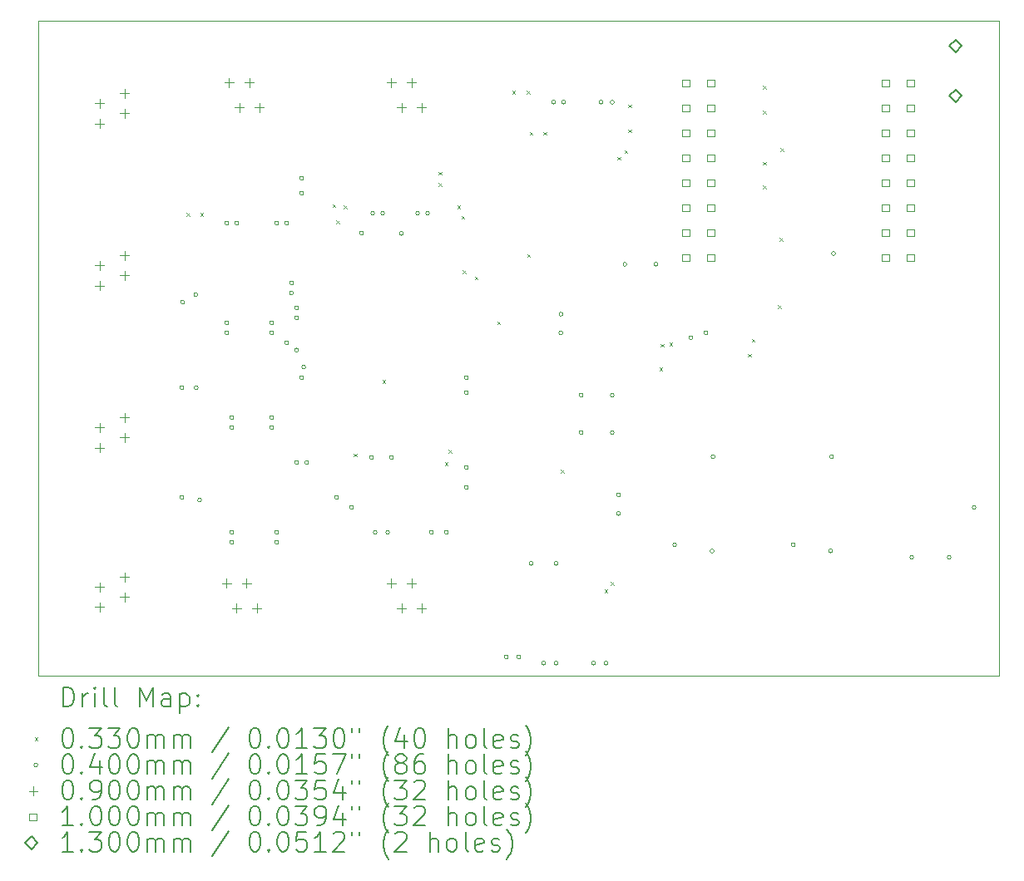
<source format=gbr>
%TF.GenerationSoftware,KiCad,Pcbnew,(6.0.9)*%
%TF.CreationDate,2022-12-08T20:01:21+01:00*%
%TF.ProjectId,floor-heating-controller-s2,666c6f6f-722d-4686-9561-74696e672d63,1*%
%TF.SameCoordinates,Original*%
%TF.FileFunction,Drillmap*%
%TF.FilePolarity,Positive*%
%FSLAX45Y45*%
G04 Gerber Fmt 4.5, Leading zero omitted, Abs format (unit mm)*
G04 Created by KiCad (PCBNEW (6.0.9)) date 2022-12-08 20:01:21*
%MOMM*%
%LPD*%
G01*
G04 APERTURE LIST*
%ADD10C,0.100000*%
%ADD11C,0.200000*%
%ADD12C,0.033020*%
%ADD13C,0.040000*%
%ADD14C,0.090000*%
%ADD15C,0.130000*%
G04 APERTURE END LIST*
D10*
X14668500Y-15684500D02*
X14668500Y-9017000D01*
X14668500Y-9017000D02*
X4889500Y-9017000D01*
X4889500Y-15684500D02*
X14668500Y-15684500D01*
X4889500Y-9017000D02*
X4889500Y-15684500D01*
D11*
D12*
X6396990Y-10968990D02*
X6430010Y-11002010D01*
X6430010Y-10968990D02*
X6396990Y-11002010D01*
X6536690Y-10968990D02*
X6569710Y-11002010D01*
X6569710Y-10968990D02*
X6536690Y-11002010D01*
X7882890Y-10880090D02*
X7915910Y-10913110D01*
X7915910Y-10880090D02*
X7882890Y-10913110D01*
X7920990Y-11045190D02*
X7954010Y-11078210D01*
X7954010Y-11045190D02*
X7920990Y-11078210D01*
X7997190Y-10892790D02*
X8030210Y-10925810D01*
X8030210Y-10892790D02*
X7997190Y-10925810D01*
X8098790Y-13420090D02*
X8131810Y-13453110D01*
X8131810Y-13420090D02*
X8098790Y-13453110D01*
X8390890Y-12670790D02*
X8423910Y-12703810D01*
X8423910Y-12670790D02*
X8390890Y-12703810D01*
X8962390Y-10549890D02*
X8995410Y-10582910D01*
X8995410Y-10549890D02*
X8962390Y-10582910D01*
X8962390Y-10664190D02*
X8995410Y-10697210D01*
X8995410Y-10664190D02*
X8962390Y-10697210D01*
X9025890Y-13508990D02*
X9058910Y-13542010D01*
X9058910Y-13508990D02*
X9025890Y-13542010D01*
X9063990Y-13381990D02*
X9097010Y-13415010D01*
X9097010Y-13381990D02*
X9063990Y-13415010D01*
X9152890Y-10892790D02*
X9185910Y-10925810D01*
X9185910Y-10892790D02*
X9152890Y-10925810D01*
X9195062Y-10998462D02*
X9228082Y-11031482D01*
X9228082Y-10998462D02*
X9195062Y-11031482D01*
X9204329Y-11557050D02*
X9237349Y-11590070D01*
X9237349Y-11557050D02*
X9204329Y-11590070D01*
X9330690Y-11616690D02*
X9363710Y-11649710D01*
X9363710Y-11616690D02*
X9330690Y-11649710D01*
X9559290Y-12073890D02*
X9592310Y-12106910D01*
X9592310Y-12073890D02*
X9559290Y-12106910D01*
X9711690Y-9724390D02*
X9744710Y-9757410D01*
X9744710Y-9724390D02*
X9711690Y-9757410D01*
X9861142Y-9725998D02*
X9894162Y-9759018D01*
X9894162Y-9725998D02*
X9861142Y-9759018D01*
X9864090Y-11388090D02*
X9897110Y-11421110D01*
X9897110Y-11388090D02*
X9864090Y-11421110D01*
X9889490Y-10143490D02*
X9922510Y-10176510D01*
X9922510Y-10143490D02*
X9889490Y-10176510D01*
X10029190Y-10143490D02*
X10062210Y-10176510D01*
X10062210Y-10143490D02*
X10029190Y-10176510D01*
X10206990Y-13585190D02*
X10240010Y-13618210D01*
X10240010Y-13585190D02*
X10206990Y-13618210D01*
X10651490Y-14804390D02*
X10684510Y-14837410D01*
X10684510Y-14804390D02*
X10651490Y-14837410D01*
X10714990Y-14728190D02*
X10748010Y-14761210D01*
X10748010Y-14728190D02*
X10714990Y-14761210D01*
X10782350Y-10397490D02*
X10815370Y-10430510D01*
X10815370Y-10397490D02*
X10782350Y-10430510D01*
X10854051Y-10330130D02*
X10887071Y-10363150D01*
X10887071Y-10330130D02*
X10854051Y-10363150D01*
X10892790Y-9864090D02*
X10925810Y-9897110D01*
X10925810Y-9864090D02*
X10892790Y-9897110D01*
X10892790Y-10118090D02*
X10925810Y-10151110D01*
X10925810Y-10118090D02*
X10892790Y-10151110D01*
X11210290Y-12543790D02*
X11243310Y-12576810D01*
X11243310Y-12543790D02*
X11210290Y-12576810D01*
X11222990Y-12302490D02*
X11256010Y-12335510D01*
X11256010Y-12302490D02*
X11222990Y-12335510D01*
X11311890Y-12289790D02*
X11344910Y-12322810D01*
X11344910Y-12289790D02*
X11311890Y-12322810D01*
X12111990Y-12404090D02*
X12145010Y-12437110D01*
X12145010Y-12404090D02*
X12111990Y-12437110D01*
X12150090Y-12251690D02*
X12183110Y-12284710D01*
X12183110Y-12251690D02*
X12150090Y-12284710D01*
X12264390Y-9673590D02*
X12297410Y-9706610D01*
X12297410Y-9673590D02*
X12264390Y-9706610D01*
X12264390Y-9927590D02*
X12297410Y-9960610D01*
X12297410Y-9927590D02*
X12264390Y-9960610D01*
X12264390Y-10448290D02*
X12297410Y-10481310D01*
X12297410Y-10448290D02*
X12264390Y-10481310D01*
X12264390Y-10689590D02*
X12297410Y-10722610D01*
X12297410Y-10689590D02*
X12264390Y-10722610D01*
X12414512Y-11906512D02*
X12447532Y-11939532D01*
X12447532Y-11906512D02*
X12414512Y-11939532D01*
X12433350Y-11222351D02*
X12466370Y-11255371D01*
X12466370Y-11222351D02*
X12433350Y-11255371D01*
X12442190Y-10308590D02*
X12475210Y-10341610D01*
X12475210Y-10308590D02*
X12442190Y-10341610D01*
D13*
X6370000Y-12750800D02*
G75*
G03*
X6370000Y-12750800I-20000J0D01*
G01*
X6370000Y-13868400D02*
G75*
G03*
X6370000Y-13868400I-20000J0D01*
G01*
X6378270Y-11878868D02*
G75*
G03*
X6378270Y-11878868I-20000J0D01*
G01*
X6512396Y-11803868D02*
G75*
G03*
X6512396Y-11803868I-20000J0D01*
G01*
X6515639Y-12749435D02*
G75*
G03*
X6515639Y-12749435I-20000J0D01*
G01*
X6551242Y-13895009D02*
G75*
G03*
X6551242Y-13895009I-20000J0D01*
G01*
X6827200Y-11074400D02*
G75*
G03*
X6827200Y-11074400I-20000J0D01*
G01*
X6827200Y-12090400D02*
G75*
G03*
X6827200Y-12090400I-20000J0D01*
G01*
X6827200Y-12192000D02*
G75*
G03*
X6827200Y-12192000I-20000J0D01*
G01*
X6878000Y-13055600D02*
G75*
G03*
X6878000Y-13055600I-20000J0D01*
G01*
X6878000Y-13157200D02*
G75*
G03*
X6878000Y-13157200I-20000J0D01*
G01*
X6878000Y-14224000D02*
G75*
G03*
X6878000Y-14224000I-20000J0D01*
G01*
X6878000Y-14325600D02*
G75*
G03*
X6878000Y-14325600I-20000J0D01*
G01*
X6928800Y-11074400D02*
G75*
G03*
X6928800Y-11074400I-20000J0D01*
G01*
X7284400Y-12090400D02*
G75*
G03*
X7284400Y-12090400I-20000J0D01*
G01*
X7284400Y-12192000D02*
G75*
G03*
X7284400Y-12192000I-20000J0D01*
G01*
X7284400Y-13055600D02*
G75*
G03*
X7284400Y-13055600I-20000J0D01*
G01*
X7284400Y-13157200D02*
G75*
G03*
X7284400Y-13157200I-20000J0D01*
G01*
X7335200Y-11074400D02*
G75*
G03*
X7335200Y-11074400I-20000J0D01*
G01*
X7335200Y-14224000D02*
G75*
G03*
X7335200Y-14224000I-20000J0D01*
G01*
X7335200Y-14325600D02*
G75*
G03*
X7335200Y-14325600I-20000J0D01*
G01*
X7436800Y-11074400D02*
G75*
G03*
X7436800Y-11074400I-20000J0D01*
G01*
X7436800Y-12293600D02*
G75*
G03*
X7436800Y-12293600I-20000J0D01*
G01*
X7487170Y-11786030D02*
G75*
G03*
X7487170Y-11786030I-20000J0D01*
G01*
X7487600Y-11684000D02*
G75*
G03*
X7487600Y-11684000I-20000J0D01*
G01*
X7538400Y-11938000D02*
G75*
G03*
X7538400Y-11938000I-20000J0D01*
G01*
X7538400Y-12039600D02*
G75*
G03*
X7538400Y-12039600I-20000J0D01*
G01*
X7538400Y-12366050D02*
G75*
G03*
X7538400Y-12366050I-20000J0D01*
G01*
X7538400Y-13512800D02*
G75*
G03*
X7538400Y-13512800I-20000J0D01*
G01*
X7589200Y-10617200D02*
G75*
G03*
X7589200Y-10617200I-20000J0D01*
G01*
X7589200Y-10769600D02*
G75*
G03*
X7589200Y-10769600I-20000J0D01*
G01*
X7589200Y-12649200D02*
G75*
G03*
X7589200Y-12649200I-20000J0D01*
G01*
X7610850Y-12540872D02*
G75*
G03*
X7610850Y-12540872I-20000J0D01*
G01*
X7640430Y-13513230D02*
G75*
G03*
X7640430Y-13513230I-20000J0D01*
G01*
X7944800Y-13868400D02*
G75*
G03*
X7944800Y-13868400I-20000J0D01*
G01*
X8097200Y-13970000D02*
G75*
G03*
X8097200Y-13970000I-20000J0D01*
G01*
X8198800Y-11176000D02*
G75*
G03*
X8198800Y-11176000I-20000J0D01*
G01*
X8300400Y-13462000D02*
G75*
G03*
X8300400Y-13462000I-20000J0D01*
G01*
X8313100Y-10972800D02*
G75*
G03*
X8313100Y-10972800I-20000J0D01*
G01*
X8338500Y-14224000D02*
G75*
G03*
X8338500Y-14224000I-20000J0D01*
G01*
X8414700Y-10972800D02*
G75*
G03*
X8414700Y-10972800I-20000J0D01*
G01*
X8465500Y-14224000D02*
G75*
G03*
X8465500Y-14224000I-20000J0D01*
G01*
X8503600Y-13462000D02*
G75*
G03*
X8503600Y-13462000I-20000J0D01*
G01*
X8605082Y-11177850D02*
G75*
G03*
X8605082Y-11177850I-20000J0D01*
G01*
X8770300Y-10972800D02*
G75*
G03*
X8770300Y-10972800I-20000J0D01*
G01*
X8871900Y-10972800D02*
G75*
G03*
X8871900Y-10972800I-20000J0D01*
G01*
X8910000Y-14224000D02*
G75*
G03*
X8910000Y-14224000I-20000J0D01*
G01*
X9062400Y-14224000D02*
G75*
G03*
X9062400Y-14224000I-20000J0D01*
G01*
X9265600Y-12649200D02*
G75*
G03*
X9265600Y-12649200I-20000J0D01*
G01*
X9265600Y-12801600D02*
G75*
G03*
X9265600Y-12801600I-20000J0D01*
G01*
X9265600Y-13563600D02*
G75*
G03*
X9265600Y-13563600I-20000J0D01*
G01*
X9265600Y-13766800D02*
G75*
G03*
X9265600Y-13766800I-20000J0D01*
G01*
X9672000Y-15494000D02*
G75*
G03*
X9672000Y-15494000I-20000J0D01*
G01*
X9799000Y-15494000D02*
G75*
G03*
X9799000Y-15494000I-20000J0D01*
G01*
X9926000Y-14541500D02*
G75*
G03*
X9926000Y-14541500I-20000J0D01*
G01*
X10053000Y-15557500D02*
G75*
G03*
X10053000Y-15557500I-20000J0D01*
G01*
X10154600Y-9842500D02*
G75*
G03*
X10154600Y-9842500I-20000J0D01*
G01*
X10180000Y-14541500D02*
G75*
G03*
X10180000Y-14541500I-20000J0D01*
G01*
X10180000Y-15557500D02*
G75*
G03*
X10180000Y-15557500I-20000J0D01*
G01*
X10228950Y-12001500D02*
G75*
G03*
X10228950Y-12001500I-20000J0D01*
G01*
X10228950Y-12192000D02*
G75*
G03*
X10228950Y-12192000I-20000J0D01*
G01*
X10256200Y-9842500D02*
G75*
G03*
X10256200Y-9842500I-20000J0D01*
G01*
X10434000Y-12827000D02*
G75*
G03*
X10434000Y-12827000I-20000J0D01*
G01*
X10434000Y-13208000D02*
G75*
G03*
X10434000Y-13208000I-20000J0D01*
G01*
X10561000Y-15557500D02*
G75*
G03*
X10561000Y-15557500I-20000J0D01*
G01*
X10637200Y-9842500D02*
G75*
G03*
X10637200Y-9842500I-20000J0D01*
G01*
X10688000Y-15557500D02*
G75*
G03*
X10688000Y-15557500I-20000J0D01*
G01*
X10751500Y-9842500D02*
G75*
G03*
X10751500Y-9842500I-20000J0D01*
G01*
X10751500Y-12827000D02*
G75*
G03*
X10751500Y-12827000I-20000J0D01*
G01*
X10751500Y-13208000D02*
G75*
G03*
X10751500Y-13208000I-20000J0D01*
G01*
X10815000Y-13843000D02*
G75*
G03*
X10815000Y-13843000I-20000J0D01*
G01*
X10815000Y-14033500D02*
G75*
G03*
X10815000Y-14033500I-20000J0D01*
G01*
X10880350Y-11493500D02*
G75*
G03*
X10880350Y-11493500I-20000J0D01*
G01*
X11196000Y-11493500D02*
G75*
G03*
X11196000Y-11493500I-20000J0D01*
G01*
X11386500Y-14351000D02*
G75*
G03*
X11386500Y-14351000I-20000J0D01*
G01*
X11551386Y-12242154D02*
G75*
G03*
X11551386Y-12242154I-20000J0D01*
G01*
X11704000Y-12192000D02*
G75*
G03*
X11704000Y-12192000I-20000J0D01*
G01*
X11767500Y-14414500D02*
G75*
G03*
X11767500Y-14414500I-20000J0D01*
G01*
X11777000Y-13452500D02*
G75*
G03*
X11777000Y-13452500I-20000J0D01*
G01*
X12593000Y-14351000D02*
G75*
G03*
X12593000Y-14351000I-20000J0D01*
G01*
X12974000Y-14414500D02*
G75*
G03*
X12974000Y-14414500I-20000J0D01*
G01*
X12983500Y-13452500D02*
G75*
G03*
X12983500Y-13452500I-20000J0D01*
G01*
X13003150Y-11384559D02*
G75*
G03*
X13003150Y-11384559I-20000J0D01*
G01*
X13799500Y-14478000D02*
G75*
G03*
X13799500Y-14478000I-20000J0D01*
G01*
X14180500Y-14478000D02*
G75*
G03*
X14180500Y-14478000I-20000J0D01*
G01*
X14434500Y-13970000D02*
G75*
G03*
X14434500Y-13970000I-20000J0D01*
G01*
D14*
X5514000Y-9810000D02*
X5514000Y-9900000D01*
X5469000Y-9855000D02*
X5559000Y-9855000D01*
X5514000Y-10014000D02*
X5514000Y-10104000D01*
X5469000Y-10059000D02*
X5559000Y-10059000D01*
X5514000Y-11461000D02*
X5514000Y-11551000D01*
X5469000Y-11506000D02*
X5559000Y-11506000D01*
X5514000Y-11665000D02*
X5514000Y-11755000D01*
X5469000Y-11710000D02*
X5559000Y-11710000D01*
X5514000Y-13112000D02*
X5514000Y-13202000D01*
X5469000Y-13157000D02*
X5559000Y-13157000D01*
X5514000Y-13316000D02*
X5514000Y-13406000D01*
X5469000Y-13361000D02*
X5559000Y-13361000D01*
X5514000Y-14737000D02*
X5514000Y-14827000D01*
X5469000Y-14782000D02*
X5559000Y-14782000D01*
X5514000Y-14941000D02*
X5514000Y-15031000D01*
X5469000Y-14986000D02*
X5559000Y-14986000D01*
X5768000Y-9708000D02*
X5768000Y-9798000D01*
X5723000Y-9753000D02*
X5813000Y-9753000D01*
X5768000Y-9912000D02*
X5768000Y-10002000D01*
X5723000Y-9957000D02*
X5813000Y-9957000D01*
X5768000Y-11359000D02*
X5768000Y-11449000D01*
X5723000Y-11404000D02*
X5813000Y-11404000D01*
X5768000Y-11563000D02*
X5768000Y-11653000D01*
X5723000Y-11608000D02*
X5813000Y-11608000D01*
X5768000Y-13010000D02*
X5768000Y-13100000D01*
X5723000Y-13055000D02*
X5813000Y-13055000D01*
X5768000Y-13214000D02*
X5768000Y-13304000D01*
X5723000Y-13259000D02*
X5813000Y-13259000D01*
X5768000Y-14635000D02*
X5768000Y-14725000D01*
X5723000Y-14680000D02*
X5813000Y-14680000D01*
X5768000Y-14839000D02*
X5768000Y-14929000D01*
X5723000Y-14884000D02*
X5813000Y-14884000D01*
X6806000Y-14697500D02*
X6806000Y-14787500D01*
X6761000Y-14742500D02*
X6851000Y-14742500D01*
X6832000Y-9596500D02*
X6832000Y-9686500D01*
X6787000Y-9641500D02*
X6877000Y-9641500D01*
X6908000Y-14951500D02*
X6908000Y-15041500D01*
X6863000Y-14996500D02*
X6953000Y-14996500D01*
X6934000Y-9850500D02*
X6934000Y-9940500D01*
X6889000Y-9895500D02*
X6979000Y-9895500D01*
X7010000Y-14697500D02*
X7010000Y-14787500D01*
X6965000Y-14742500D02*
X7055000Y-14742500D01*
X7036000Y-9596500D02*
X7036000Y-9686500D01*
X6991000Y-9641500D02*
X7081000Y-9641500D01*
X7112000Y-14951500D02*
X7112000Y-15041500D01*
X7067000Y-14996500D02*
X7157000Y-14996500D01*
X7138000Y-9850500D02*
X7138000Y-9940500D01*
X7093000Y-9895500D02*
X7183000Y-9895500D01*
X8483000Y-9596500D02*
X8483000Y-9686500D01*
X8438000Y-9641500D02*
X8528000Y-9641500D01*
X8483000Y-14697500D02*
X8483000Y-14787500D01*
X8438000Y-14742500D02*
X8528000Y-14742500D01*
X8585000Y-9850500D02*
X8585000Y-9940500D01*
X8540000Y-9895500D02*
X8630000Y-9895500D01*
X8585000Y-14951500D02*
X8585000Y-15041500D01*
X8540000Y-14996500D02*
X8630000Y-14996500D01*
X8687000Y-9596500D02*
X8687000Y-9686500D01*
X8642000Y-9641500D02*
X8732000Y-9641500D01*
X8687000Y-14697500D02*
X8687000Y-14787500D01*
X8642000Y-14742500D02*
X8732000Y-14742500D01*
X8789000Y-9850500D02*
X8789000Y-9940500D01*
X8744000Y-9895500D02*
X8834000Y-9895500D01*
X8789000Y-14951500D02*
X8789000Y-15041500D01*
X8744000Y-14996500D02*
X8834000Y-14996500D01*
D10*
X11517106Y-9681856D02*
X11517106Y-9611144D01*
X11446394Y-9611144D01*
X11446394Y-9681856D01*
X11517106Y-9681856D01*
X11517106Y-9935856D02*
X11517106Y-9865144D01*
X11446394Y-9865144D01*
X11446394Y-9935856D01*
X11517106Y-9935856D01*
X11517106Y-10189856D02*
X11517106Y-10119144D01*
X11446394Y-10119144D01*
X11446394Y-10189856D01*
X11517106Y-10189856D01*
X11517106Y-10443856D02*
X11517106Y-10373144D01*
X11446394Y-10373144D01*
X11446394Y-10443856D01*
X11517106Y-10443856D01*
X11517106Y-10697856D02*
X11517106Y-10627144D01*
X11446394Y-10627144D01*
X11446394Y-10697856D01*
X11517106Y-10697856D01*
X11517106Y-10951856D02*
X11517106Y-10881144D01*
X11446394Y-10881144D01*
X11446394Y-10951856D01*
X11517106Y-10951856D01*
X11517106Y-11205856D02*
X11517106Y-11135144D01*
X11446394Y-11135144D01*
X11446394Y-11205856D01*
X11517106Y-11205856D01*
X11517106Y-11459856D02*
X11517106Y-11389144D01*
X11446394Y-11389144D01*
X11446394Y-11459856D01*
X11517106Y-11459856D01*
X11771106Y-9681856D02*
X11771106Y-9611144D01*
X11700394Y-9611144D01*
X11700394Y-9681856D01*
X11771106Y-9681856D01*
X11771106Y-9935856D02*
X11771106Y-9865144D01*
X11700394Y-9865144D01*
X11700394Y-9935856D01*
X11771106Y-9935856D01*
X11771106Y-10189856D02*
X11771106Y-10119144D01*
X11700394Y-10119144D01*
X11700394Y-10189856D01*
X11771106Y-10189856D01*
X11771106Y-10443856D02*
X11771106Y-10373144D01*
X11700394Y-10373144D01*
X11700394Y-10443856D01*
X11771106Y-10443856D01*
X11771106Y-10697856D02*
X11771106Y-10627144D01*
X11700394Y-10627144D01*
X11700394Y-10697856D01*
X11771106Y-10697856D01*
X11771106Y-10951856D02*
X11771106Y-10881144D01*
X11700394Y-10881144D01*
X11700394Y-10951856D01*
X11771106Y-10951856D01*
X11771106Y-11205856D02*
X11771106Y-11135144D01*
X11700394Y-11135144D01*
X11700394Y-11205856D01*
X11771106Y-11205856D01*
X11771106Y-11459856D02*
X11771106Y-11389144D01*
X11700394Y-11389144D01*
X11700394Y-11459856D01*
X11771106Y-11459856D01*
X13549106Y-9681856D02*
X13549106Y-9611144D01*
X13478394Y-9611144D01*
X13478394Y-9681856D01*
X13549106Y-9681856D01*
X13549106Y-9935856D02*
X13549106Y-9865144D01*
X13478394Y-9865144D01*
X13478394Y-9935856D01*
X13549106Y-9935856D01*
X13549106Y-10189856D02*
X13549106Y-10119144D01*
X13478394Y-10119144D01*
X13478394Y-10189856D01*
X13549106Y-10189856D01*
X13549106Y-10443856D02*
X13549106Y-10373144D01*
X13478394Y-10373144D01*
X13478394Y-10443856D01*
X13549106Y-10443856D01*
X13549106Y-10697856D02*
X13549106Y-10627144D01*
X13478394Y-10627144D01*
X13478394Y-10697856D01*
X13549106Y-10697856D01*
X13549106Y-10951856D02*
X13549106Y-10881144D01*
X13478394Y-10881144D01*
X13478394Y-10951856D01*
X13549106Y-10951856D01*
X13549106Y-11205856D02*
X13549106Y-11135144D01*
X13478394Y-11135144D01*
X13478394Y-11205856D01*
X13549106Y-11205856D01*
X13549106Y-11459856D02*
X13549106Y-11389144D01*
X13478394Y-11389144D01*
X13478394Y-11459856D01*
X13549106Y-11459856D01*
X13803106Y-9681856D02*
X13803106Y-9611144D01*
X13732394Y-9611144D01*
X13732394Y-9681856D01*
X13803106Y-9681856D01*
X13803106Y-9935856D02*
X13803106Y-9865144D01*
X13732394Y-9865144D01*
X13732394Y-9935856D01*
X13803106Y-9935856D01*
X13803106Y-10189856D02*
X13803106Y-10119144D01*
X13732394Y-10119144D01*
X13732394Y-10189856D01*
X13803106Y-10189856D01*
X13803106Y-10443856D02*
X13803106Y-10373144D01*
X13732394Y-10373144D01*
X13732394Y-10443856D01*
X13803106Y-10443856D01*
X13803106Y-10697856D02*
X13803106Y-10627144D01*
X13732394Y-10627144D01*
X13732394Y-10697856D01*
X13803106Y-10697856D01*
X13803106Y-10951856D02*
X13803106Y-10881144D01*
X13732394Y-10881144D01*
X13732394Y-10951856D01*
X13803106Y-10951856D01*
X13803106Y-11205856D02*
X13803106Y-11135144D01*
X13732394Y-11135144D01*
X13732394Y-11205856D01*
X13803106Y-11205856D01*
X13803106Y-11459856D02*
X13803106Y-11389144D01*
X13732394Y-11389144D01*
X13732394Y-11459856D01*
X13803106Y-11459856D01*
D15*
X14224000Y-9336000D02*
X14289000Y-9271000D01*
X14224000Y-9206000D01*
X14159000Y-9271000D01*
X14224000Y-9336000D01*
X14224000Y-9844000D02*
X14289000Y-9779000D01*
X14224000Y-9714000D01*
X14159000Y-9779000D01*
X14224000Y-9844000D01*
D11*
X5142119Y-15999976D02*
X5142119Y-15799976D01*
X5189738Y-15799976D01*
X5218310Y-15809500D01*
X5237357Y-15828548D01*
X5246881Y-15847595D01*
X5256405Y-15885690D01*
X5256405Y-15914262D01*
X5246881Y-15952357D01*
X5237357Y-15971405D01*
X5218310Y-15990452D01*
X5189738Y-15999976D01*
X5142119Y-15999976D01*
X5342119Y-15999976D02*
X5342119Y-15866643D01*
X5342119Y-15904738D02*
X5351643Y-15885690D01*
X5361167Y-15876167D01*
X5380214Y-15866643D01*
X5399262Y-15866643D01*
X5465929Y-15999976D02*
X5465929Y-15866643D01*
X5465929Y-15799976D02*
X5456405Y-15809500D01*
X5465929Y-15819024D01*
X5475452Y-15809500D01*
X5465929Y-15799976D01*
X5465929Y-15819024D01*
X5589738Y-15999976D02*
X5570690Y-15990452D01*
X5561167Y-15971405D01*
X5561167Y-15799976D01*
X5694500Y-15999976D02*
X5675452Y-15990452D01*
X5665928Y-15971405D01*
X5665928Y-15799976D01*
X5923071Y-15999976D02*
X5923071Y-15799976D01*
X5989738Y-15942833D01*
X6056405Y-15799976D01*
X6056405Y-15999976D01*
X6237357Y-15999976D02*
X6237357Y-15895214D01*
X6227833Y-15876167D01*
X6208786Y-15866643D01*
X6170690Y-15866643D01*
X6151643Y-15876167D01*
X6237357Y-15990452D02*
X6218309Y-15999976D01*
X6170690Y-15999976D01*
X6151643Y-15990452D01*
X6142119Y-15971405D01*
X6142119Y-15952357D01*
X6151643Y-15933309D01*
X6170690Y-15923786D01*
X6218309Y-15923786D01*
X6237357Y-15914262D01*
X6332595Y-15866643D02*
X6332595Y-16066643D01*
X6332595Y-15876167D02*
X6351643Y-15866643D01*
X6389738Y-15866643D01*
X6408786Y-15876167D01*
X6418309Y-15885690D01*
X6427833Y-15904738D01*
X6427833Y-15961881D01*
X6418309Y-15980928D01*
X6408786Y-15990452D01*
X6389738Y-15999976D01*
X6351643Y-15999976D01*
X6332595Y-15990452D01*
X6513548Y-15980928D02*
X6523071Y-15990452D01*
X6513548Y-15999976D01*
X6504024Y-15990452D01*
X6513548Y-15980928D01*
X6513548Y-15999976D01*
X6513548Y-15876167D02*
X6523071Y-15885690D01*
X6513548Y-15895214D01*
X6504024Y-15885690D01*
X6513548Y-15876167D01*
X6513548Y-15895214D01*
D12*
X4851480Y-16312990D02*
X4884500Y-16346010D01*
X4884500Y-16312990D02*
X4851480Y-16346010D01*
D11*
X5180214Y-16219976D02*
X5199262Y-16219976D01*
X5218310Y-16229500D01*
X5227833Y-16239024D01*
X5237357Y-16258071D01*
X5246881Y-16296167D01*
X5246881Y-16343786D01*
X5237357Y-16381881D01*
X5227833Y-16400928D01*
X5218310Y-16410452D01*
X5199262Y-16419976D01*
X5180214Y-16419976D01*
X5161167Y-16410452D01*
X5151643Y-16400928D01*
X5142119Y-16381881D01*
X5132595Y-16343786D01*
X5132595Y-16296167D01*
X5142119Y-16258071D01*
X5151643Y-16239024D01*
X5161167Y-16229500D01*
X5180214Y-16219976D01*
X5332595Y-16400928D02*
X5342119Y-16410452D01*
X5332595Y-16419976D01*
X5323071Y-16410452D01*
X5332595Y-16400928D01*
X5332595Y-16419976D01*
X5408786Y-16219976D02*
X5532595Y-16219976D01*
X5465929Y-16296167D01*
X5494500Y-16296167D01*
X5513548Y-16305690D01*
X5523071Y-16315214D01*
X5532595Y-16334262D01*
X5532595Y-16381881D01*
X5523071Y-16400928D01*
X5513548Y-16410452D01*
X5494500Y-16419976D01*
X5437357Y-16419976D01*
X5418310Y-16410452D01*
X5408786Y-16400928D01*
X5599262Y-16219976D02*
X5723071Y-16219976D01*
X5656405Y-16296167D01*
X5684976Y-16296167D01*
X5704024Y-16305690D01*
X5713548Y-16315214D01*
X5723071Y-16334262D01*
X5723071Y-16381881D01*
X5713548Y-16400928D01*
X5704024Y-16410452D01*
X5684976Y-16419976D01*
X5627833Y-16419976D01*
X5608786Y-16410452D01*
X5599262Y-16400928D01*
X5846881Y-16219976D02*
X5865928Y-16219976D01*
X5884976Y-16229500D01*
X5894500Y-16239024D01*
X5904024Y-16258071D01*
X5913548Y-16296167D01*
X5913548Y-16343786D01*
X5904024Y-16381881D01*
X5894500Y-16400928D01*
X5884976Y-16410452D01*
X5865928Y-16419976D01*
X5846881Y-16419976D01*
X5827833Y-16410452D01*
X5818309Y-16400928D01*
X5808786Y-16381881D01*
X5799262Y-16343786D01*
X5799262Y-16296167D01*
X5808786Y-16258071D01*
X5818309Y-16239024D01*
X5827833Y-16229500D01*
X5846881Y-16219976D01*
X5999262Y-16419976D02*
X5999262Y-16286643D01*
X5999262Y-16305690D02*
X6008786Y-16296167D01*
X6027833Y-16286643D01*
X6056405Y-16286643D01*
X6075452Y-16296167D01*
X6084976Y-16315214D01*
X6084976Y-16419976D01*
X6084976Y-16315214D02*
X6094500Y-16296167D01*
X6113548Y-16286643D01*
X6142119Y-16286643D01*
X6161167Y-16296167D01*
X6170690Y-16315214D01*
X6170690Y-16419976D01*
X6265928Y-16419976D02*
X6265928Y-16286643D01*
X6265928Y-16305690D02*
X6275452Y-16296167D01*
X6294500Y-16286643D01*
X6323071Y-16286643D01*
X6342119Y-16296167D01*
X6351643Y-16315214D01*
X6351643Y-16419976D01*
X6351643Y-16315214D02*
X6361167Y-16296167D01*
X6380214Y-16286643D01*
X6408786Y-16286643D01*
X6427833Y-16296167D01*
X6437357Y-16315214D01*
X6437357Y-16419976D01*
X6827833Y-16210452D02*
X6656405Y-16467595D01*
X7084976Y-16219976D02*
X7104024Y-16219976D01*
X7123071Y-16229500D01*
X7132595Y-16239024D01*
X7142119Y-16258071D01*
X7151643Y-16296167D01*
X7151643Y-16343786D01*
X7142119Y-16381881D01*
X7132595Y-16400928D01*
X7123071Y-16410452D01*
X7104024Y-16419976D01*
X7084976Y-16419976D01*
X7065928Y-16410452D01*
X7056405Y-16400928D01*
X7046881Y-16381881D01*
X7037357Y-16343786D01*
X7037357Y-16296167D01*
X7046881Y-16258071D01*
X7056405Y-16239024D01*
X7065928Y-16229500D01*
X7084976Y-16219976D01*
X7237357Y-16400928D02*
X7246881Y-16410452D01*
X7237357Y-16419976D01*
X7227833Y-16410452D01*
X7237357Y-16400928D01*
X7237357Y-16419976D01*
X7370690Y-16219976D02*
X7389738Y-16219976D01*
X7408786Y-16229500D01*
X7418309Y-16239024D01*
X7427833Y-16258071D01*
X7437357Y-16296167D01*
X7437357Y-16343786D01*
X7427833Y-16381881D01*
X7418309Y-16400928D01*
X7408786Y-16410452D01*
X7389738Y-16419976D01*
X7370690Y-16419976D01*
X7351643Y-16410452D01*
X7342119Y-16400928D01*
X7332595Y-16381881D01*
X7323071Y-16343786D01*
X7323071Y-16296167D01*
X7332595Y-16258071D01*
X7342119Y-16239024D01*
X7351643Y-16229500D01*
X7370690Y-16219976D01*
X7627833Y-16419976D02*
X7513548Y-16419976D01*
X7570690Y-16419976D02*
X7570690Y-16219976D01*
X7551643Y-16248548D01*
X7532595Y-16267595D01*
X7513548Y-16277119D01*
X7694500Y-16219976D02*
X7818309Y-16219976D01*
X7751643Y-16296167D01*
X7780214Y-16296167D01*
X7799262Y-16305690D01*
X7808786Y-16315214D01*
X7818309Y-16334262D01*
X7818309Y-16381881D01*
X7808786Y-16400928D01*
X7799262Y-16410452D01*
X7780214Y-16419976D01*
X7723071Y-16419976D01*
X7704024Y-16410452D01*
X7694500Y-16400928D01*
X7942119Y-16219976D02*
X7961167Y-16219976D01*
X7980214Y-16229500D01*
X7989738Y-16239024D01*
X7999262Y-16258071D01*
X8008786Y-16296167D01*
X8008786Y-16343786D01*
X7999262Y-16381881D01*
X7989738Y-16400928D01*
X7980214Y-16410452D01*
X7961167Y-16419976D01*
X7942119Y-16419976D01*
X7923071Y-16410452D01*
X7913548Y-16400928D01*
X7904024Y-16381881D01*
X7894500Y-16343786D01*
X7894500Y-16296167D01*
X7904024Y-16258071D01*
X7913548Y-16239024D01*
X7923071Y-16229500D01*
X7942119Y-16219976D01*
X8084976Y-16219976D02*
X8084976Y-16258071D01*
X8161167Y-16219976D02*
X8161167Y-16258071D01*
X8456405Y-16496167D02*
X8446881Y-16486643D01*
X8427833Y-16458071D01*
X8418310Y-16439024D01*
X8408786Y-16410452D01*
X8399262Y-16362833D01*
X8399262Y-16324738D01*
X8408786Y-16277119D01*
X8418310Y-16248548D01*
X8427833Y-16229500D01*
X8446881Y-16200928D01*
X8456405Y-16191405D01*
X8618310Y-16286643D02*
X8618310Y-16419976D01*
X8570690Y-16210452D02*
X8523071Y-16353309D01*
X8646881Y-16353309D01*
X8761167Y-16219976D02*
X8780214Y-16219976D01*
X8799262Y-16229500D01*
X8808786Y-16239024D01*
X8818310Y-16258071D01*
X8827833Y-16296167D01*
X8827833Y-16343786D01*
X8818310Y-16381881D01*
X8808786Y-16400928D01*
X8799262Y-16410452D01*
X8780214Y-16419976D01*
X8761167Y-16419976D01*
X8742119Y-16410452D01*
X8732595Y-16400928D01*
X8723071Y-16381881D01*
X8713548Y-16343786D01*
X8713548Y-16296167D01*
X8723071Y-16258071D01*
X8732595Y-16239024D01*
X8742119Y-16229500D01*
X8761167Y-16219976D01*
X9065929Y-16419976D02*
X9065929Y-16219976D01*
X9151643Y-16419976D02*
X9151643Y-16315214D01*
X9142119Y-16296167D01*
X9123071Y-16286643D01*
X9094500Y-16286643D01*
X9075452Y-16296167D01*
X9065929Y-16305690D01*
X9275452Y-16419976D02*
X9256405Y-16410452D01*
X9246881Y-16400928D01*
X9237357Y-16381881D01*
X9237357Y-16324738D01*
X9246881Y-16305690D01*
X9256405Y-16296167D01*
X9275452Y-16286643D01*
X9304024Y-16286643D01*
X9323071Y-16296167D01*
X9332595Y-16305690D01*
X9342119Y-16324738D01*
X9342119Y-16381881D01*
X9332595Y-16400928D01*
X9323071Y-16410452D01*
X9304024Y-16419976D01*
X9275452Y-16419976D01*
X9456405Y-16419976D02*
X9437357Y-16410452D01*
X9427833Y-16391405D01*
X9427833Y-16219976D01*
X9608786Y-16410452D02*
X9589738Y-16419976D01*
X9551643Y-16419976D01*
X9532595Y-16410452D01*
X9523071Y-16391405D01*
X9523071Y-16315214D01*
X9532595Y-16296167D01*
X9551643Y-16286643D01*
X9589738Y-16286643D01*
X9608786Y-16296167D01*
X9618310Y-16315214D01*
X9618310Y-16334262D01*
X9523071Y-16353309D01*
X9694500Y-16410452D02*
X9713548Y-16419976D01*
X9751643Y-16419976D01*
X9770690Y-16410452D01*
X9780214Y-16391405D01*
X9780214Y-16381881D01*
X9770690Y-16362833D01*
X9751643Y-16353309D01*
X9723071Y-16353309D01*
X9704024Y-16343786D01*
X9694500Y-16324738D01*
X9694500Y-16315214D01*
X9704024Y-16296167D01*
X9723071Y-16286643D01*
X9751643Y-16286643D01*
X9770690Y-16296167D01*
X9846881Y-16496167D02*
X9856405Y-16486643D01*
X9875452Y-16458071D01*
X9884976Y-16439024D01*
X9894500Y-16410452D01*
X9904024Y-16362833D01*
X9904024Y-16324738D01*
X9894500Y-16277119D01*
X9884976Y-16248548D01*
X9875452Y-16229500D01*
X9856405Y-16200928D01*
X9846881Y-16191405D01*
D13*
X4884500Y-16593500D02*
G75*
G03*
X4884500Y-16593500I-20000J0D01*
G01*
D11*
X5180214Y-16483976D02*
X5199262Y-16483976D01*
X5218310Y-16493500D01*
X5227833Y-16503024D01*
X5237357Y-16522071D01*
X5246881Y-16560167D01*
X5246881Y-16607786D01*
X5237357Y-16645881D01*
X5227833Y-16664928D01*
X5218310Y-16674452D01*
X5199262Y-16683976D01*
X5180214Y-16683976D01*
X5161167Y-16674452D01*
X5151643Y-16664928D01*
X5142119Y-16645881D01*
X5132595Y-16607786D01*
X5132595Y-16560167D01*
X5142119Y-16522071D01*
X5151643Y-16503024D01*
X5161167Y-16493500D01*
X5180214Y-16483976D01*
X5332595Y-16664928D02*
X5342119Y-16674452D01*
X5332595Y-16683976D01*
X5323071Y-16674452D01*
X5332595Y-16664928D01*
X5332595Y-16683976D01*
X5513548Y-16550643D02*
X5513548Y-16683976D01*
X5465929Y-16474452D02*
X5418310Y-16617309D01*
X5542119Y-16617309D01*
X5656405Y-16483976D02*
X5675452Y-16483976D01*
X5694500Y-16493500D01*
X5704024Y-16503024D01*
X5713548Y-16522071D01*
X5723071Y-16560167D01*
X5723071Y-16607786D01*
X5713548Y-16645881D01*
X5704024Y-16664928D01*
X5694500Y-16674452D01*
X5675452Y-16683976D01*
X5656405Y-16683976D01*
X5637357Y-16674452D01*
X5627833Y-16664928D01*
X5618309Y-16645881D01*
X5608786Y-16607786D01*
X5608786Y-16560167D01*
X5618309Y-16522071D01*
X5627833Y-16503024D01*
X5637357Y-16493500D01*
X5656405Y-16483976D01*
X5846881Y-16483976D02*
X5865928Y-16483976D01*
X5884976Y-16493500D01*
X5894500Y-16503024D01*
X5904024Y-16522071D01*
X5913548Y-16560167D01*
X5913548Y-16607786D01*
X5904024Y-16645881D01*
X5894500Y-16664928D01*
X5884976Y-16674452D01*
X5865928Y-16683976D01*
X5846881Y-16683976D01*
X5827833Y-16674452D01*
X5818309Y-16664928D01*
X5808786Y-16645881D01*
X5799262Y-16607786D01*
X5799262Y-16560167D01*
X5808786Y-16522071D01*
X5818309Y-16503024D01*
X5827833Y-16493500D01*
X5846881Y-16483976D01*
X5999262Y-16683976D02*
X5999262Y-16550643D01*
X5999262Y-16569690D02*
X6008786Y-16560167D01*
X6027833Y-16550643D01*
X6056405Y-16550643D01*
X6075452Y-16560167D01*
X6084976Y-16579214D01*
X6084976Y-16683976D01*
X6084976Y-16579214D02*
X6094500Y-16560167D01*
X6113548Y-16550643D01*
X6142119Y-16550643D01*
X6161167Y-16560167D01*
X6170690Y-16579214D01*
X6170690Y-16683976D01*
X6265928Y-16683976D02*
X6265928Y-16550643D01*
X6265928Y-16569690D02*
X6275452Y-16560167D01*
X6294500Y-16550643D01*
X6323071Y-16550643D01*
X6342119Y-16560167D01*
X6351643Y-16579214D01*
X6351643Y-16683976D01*
X6351643Y-16579214D02*
X6361167Y-16560167D01*
X6380214Y-16550643D01*
X6408786Y-16550643D01*
X6427833Y-16560167D01*
X6437357Y-16579214D01*
X6437357Y-16683976D01*
X6827833Y-16474452D02*
X6656405Y-16731595D01*
X7084976Y-16483976D02*
X7104024Y-16483976D01*
X7123071Y-16493500D01*
X7132595Y-16503024D01*
X7142119Y-16522071D01*
X7151643Y-16560167D01*
X7151643Y-16607786D01*
X7142119Y-16645881D01*
X7132595Y-16664928D01*
X7123071Y-16674452D01*
X7104024Y-16683976D01*
X7084976Y-16683976D01*
X7065928Y-16674452D01*
X7056405Y-16664928D01*
X7046881Y-16645881D01*
X7037357Y-16607786D01*
X7037357Y-16560167D01*
X7046881Y-16522071D01*
X7056405Y-16503024D01*
X7065928Y-16493500D01*
X7084976Y-16483976D01*
X7237357Y-16664928D02*
X7246881Y-16674452D01*
X7237357Y-16683976D01*
X7227833Y-16674452D01*
X7237357Y-16664928D01*
X7237357Y-16683976D01*
X7370690Y-16483976D02*
X7389738Y-16483976D01*
X7408786Y-16493500D01*
X7418309Y-16503024D01*
X7427833Y-16522071D01*
X7437357Y-16560167D01*
X7437357Y-16607786D01*
X7427833Y-16645881D01*
X7418309Y-16664928D01*
X7408786Y-16674452D01*
X7389738Y-16683976D01*
X7370690Y-16683976D01*
X7351643Y-16674452D01*
X7342119Y-16664928D01*
X7332595Y-16645881D01*
X7323071Y-16607786D01*
X7323071Y-16560167D01*
X7332595Y-16522071D01*
X7342119Y-16503024D01*
X7351643Y-16493500D01*
X7370690Y-16483976D01*
X7627833Y-16683976D02*
X7513548Y-16683976D01*
X7570690Y-16683976D02*
X7570690Y-16483976D01*
X7551643Y-16512548D01*
X7532595Y-16531595D01*
X7513548Y-16541119D01*
X7808786Y-16483976D02*
X7713548Y-16483976D01*
X7704024Y-16579214D01*
X7713548Y-16569690D01*
X7732595Y-16560167D01*
X7780214Y-16560167D01*
X7799262Y-16569690D01*
X7808786Y-16579214D01*
X7818309Y-16598262D01*
X7818309Y-16645881D01*
X7808786Y-16664928D01*
X7799262Y-16674452D01*
X7780214Y-16683976D01*
X7732595Y-16683976D01*
X7713548Y-16674452D01*
X7704024Y-16664928D01*
X7884976Y-16483976D02*
X8018309Y-16483976D01*
X7932595Y-16683976D01*
X8084976Y-16483976D02*
X8084976Y-16522071D01*
X8161167Y-16483976D02*
X8161167Y-16522071D01*
X8456405Y-16760167D02*
X8446881Y-16750643D01*
X8427833Y-16722071D01*
X8418310Y-16703024D01*
X8408786Y-16674452D01*
X8399262Y-16626833D01*
X8399262Y-16588738D01*
X8408786Y-16541119D01*
X8418310Y-16512548D01*
X8427833Y-16493500D01*
X8446881Y-16464928D01*
X8456405Y-16455405D01*
X8561167Y-16569690D02*
X8542119Y-16560167D01*
X8532595Y-16550643D01*
X8523071Y-16531595D01*
X8523071Y-16522071D01*
X8532595Y-16503024D01*
X8542119Y-16493500D01*
X8561167Y-16483976D01*
X8599262Y-16483976D01*
X8618310Y-16493500D01*
X8627833Y-16503024D01*
X8637357Y-16522071D01*
X8637357Y-16531595D01*
X8627833Y-16550643D01*
X8618310Y-16560167D01*
X8599262Y-16569690D01*
X8561167Y-16569690D01*
X8542119Y-16579214D01*
X8532595Y-16588738D01*
X8523071Y-16607786D01*
X8523071Y-16645881D01*
X8532595Y-16664928D01*
X8542119Y-16674452D01*
X8561167Y-16683976D01*
X8599262Y-16683976D01*
X8618310Y-16674452D01*
X8627833Y-16664928D01*
X8637357Y-16645881D01*
X8637357Y-16607786D01*
X8627833Y-16588738D01*
X8618310Y-16579214D01*
X8599262Y-16569690D01*
X8808786Y-16483976D02*
X8770690Y-16483976D01*
X8751643Y-16493500D01*
X8742119Y-16503024D01*
X8723071Y-16531595D01*
X8713548Y-16569690D01*
X8713548Y-16645881D01*
X8723071Y-16664928D01*
X8732595Y-16674452D01*
X8751643Y-16683976D01*
X8789738Y-16683976D01*
X8808786Y-16674452D01*
X8818310Y-16664928D01*
X8827833Y-16645881D01*
X8827833Y-16598262D01*
X8818310Y-16579214D01*
X8808786Y-16569690D01*
X8789738Y-16560167D01*
X8751643Y-16560167D01*
X8732595Y-16569690D01*
X8723071Y-16579214D01*
X8713548Y-16598262D01*
X9065929Y-16683976D02*
X9065929Y-16483976D01*
X9151643Y-16683976D02*
X9151643Y-16579214D01*
X9142119Y-16560167D01*
X9123071Y-16550643D01*
X9094500Y-16550643D01*
X9075452Y-16560167D01*
X9065929Y-16569690D01*
X9275452Y-16683976D02*
X9256405Y-16674452D01*
X9246881Y-16664928D01*
X9237357Y-16645881D01*
X9237357Y-16588738D01*
X9246881Y-16569690D01*
X9256405Y-16560167D01*
X9275452Y-16550643D01*
X9304024Y-16550643D01*
X9323071Y-16560167D01*
X9332595Y-16569690D01*
X9342119Y-16588738D01*
X9342119Y-16645881D01*
X9332595Y-16664928D01*
X9323071Y-16674452D01*
X9304024Y-16683976D01*
X9275452Y-16683976D01*
X9456405Y-16683976D02*
X9437357Y-16674452D01*
X9427833Y-16655405D01*
X9427833Y-16483976D01*
X9608786Y-16674452D02*
X9589738Y-16683976D01*
X9551643Y-16683976D01*
X9532595Y-16674452D01*
X9523071Y-16655405D01*
X9523071Y-16579214D01*
X9532595Y-16560167D01*
X9551643Y-16550643D01*
X9589738Y-16550643D01*
X9608786Y-16560167D01*
X9618310Y-16579214D01*
X9618310Y-16598262D01*
X9523071Y-16617309D01*
X9694500Y-16674452D02*
X9713548Y-16683976D01*
X9751643Y-16683976D01*
X9770690Y-16674452D01*
X9780214Y-16655405D01*
X9780214Y-16645881D01*
X9770690Y-16626833D01*
X9751643Y-16617309D01*
X9723071Y-16617309D01*
X9704024Y-16607786D01*
X9694500Y-16588738D01*
X9694500Y-16579214D01*
X9704024Y-16560167D01*
X9723071Y-16550643D01*
X9751643Y-16550643D01*
X9770690Y-16560167D01*
X9846881Y-16760167D02*
X9856405Y-16750643D01*
X9875452Y-16722071D01*
X9884976Y-16703024D01*
X9894500Y-16674452D01*
X9904024Y-16626833D01*
X9904024Y-16588738D01*
X9894500Y-16541119D01*
X9884976Y-16512548D01*
X9875452Y-16493500D01*
X9856405Y-16464928D01*
X9846881Y-16455405D01*
D14*
X4839500Y-16812500D02*
X4839500Y-16902500D01*
X4794500Y-16857500D02*
X4884500Y-16857500D01*
D11*
X5180214Y-16747976D02*
X5199262Y-16747976D01*
X5218310Y-16757500D01*
X5227833Y-16767024D01*
X5237357Y-16786071D01*
X5246881Y-16824167D01*
X5246881Y-16871786D01*
X5237357Y-16909881D01*
X5227833Y-16928929D01*
X5218310Y-16938452D01*
X5199262Y-16947976D01*
X5180214Y-16947976D01*
X5161167Y-16938452D01*
X5151643Y-16928929D01*
X5142119Y-16909881D01*
X5132595Y-16871786D01*
X5132595Y-16824167D01*
X5142119Y-16786071D01*
X5151643Y-16767024D01*
X5161167Y-16757500D01*
X5180214Y-16747976D01*
X5332595Y-16928929D02*
X5342119Y-16938452D01*
X5332595Y-16947976D01*
X5323071Y-16938452D01*
X5332595Y-16928929D01*
X5332595Y-16947976D01*
X5437357Y-16947976D02*
X5475452Y-16947976D01*
X5494500Y-16938452D01*
X5504024Y-16928929D01*
X5523071Y-16900357D01*
X5532595Y-16862262D01*
X5532595Y-16786071D01*
X5523071Y-16767024D01*
X5513548Y-16757500D01*
X5494500Y-16747976D01*
X5456405Y-16747976D01*
X5437357Y-16757500D01*
X5427833Y-16767024D01*
X5418310Y-16786071D01*
X5418310Y-16833690D01*
X5427833Y-16852738D01*
X5437357Y-16862262D01*
X5456405Y-16871786D01*
X5494500Y-16871786D01*
X5513548Y-16862262D01*
X5523071Y-16852738D01*
X5532595Y-16833690D01*
X5656405Y-16747976D02*
X5675452Y-16747976D01*
X5694500Y-16757500D01*
X5704024Y-16767024D01*
X5713548Y-16786071D01*
X5723071Y-16824167D01*
X5723071Y-16871786D01*
X5713548Y-16909881D01*
X5704024Y-16928929D01*
X5694500Y-16938452D01*
X5675452Y-16947976D01*
X5656405Y-16947976D01*
X5637357Y-16938452D01*
X5627833Y-16928929D01*
X5618309Y-16909881D01*
X5608786Y-16871786D01*
X5608786Y-16824167D01*
X5618309Y-16786071D01*
X5627833Y-16767024D01*
X5637357Y-16757500D01*
X5656405Y-16747976D01*
X5846881Y-16747976D02*
X5865928Y-16747976D01*
X5884976Y-16757500D01*
X5894500Y-16767024D01*
X5904024Y-16786071D01*
X5913548Y-16824167D01*
X5913548Y-16871786D01*
X5904024Y-16909881D01*
X5894500Y-16928929D01*
X5884976Y-16938452D01*
X5865928Y-16947976D01*
X5846881Y-16947976D01*
X5827833Y-16938452D01*
X5818309Y-16928929D01*
X5808786Y-16909881D01*
X5799262Y-16871786D01*
X5799262Y-16824167D01*
X5808786Y-16786071D01*
X5818309Y-16767024D01*
X5827833Y-16757500D01*
X5846881Y-16747976D01*
X5999262Y-16947976D02*
X5999262Y-16814643D01*
X5999262Y-16833690D02*
X6008786Y-16824167D01*
X6027833Y-16814643D01*
X6056405Y-16814643D01*
X6075452Y-16824167D01*
X6084976Y-16843214D01*
X6084976Y-16947976D01*
X6084976Y-16843214D02*
X6094500Y-16824167D01*
X6113548Y-16814643D01*
X6142119Y-16814643D01*
X6161167Y-16824167D01*
X6170690Y-16843214D01*
X6170690Y-16947976D01*
X6265928Y-16947976D02*
X6265928Y-16814643D01*
X6265928Y-16833690D02*
X6275452Y-16824167D01*
X6294500Y-16814643D01*
X6323071Y-16814643D01*
X6342119Y-16824167D01*
X6351643Y-16843214D01*
X6351643Y-16947976D01*
X6351643Y-16843214D02*
X6361167Y-16824167D01*
X6380214Y-16814643D01*
X6408786Y-16814643D01*
X6427833Y-16824167D01*
X6437357Y-16843214D01*
X6437357Y-16947976D01*
X6827833Y-16738452D02*
X6656405Y-16995595D01*
X7084976Y-16747976D02*
X7104024Y-16747976D01*
X7123071Y-16757500D01*
X7132595Y-16767024D01*
X7142119Y-16786071D01*
X7151643Y-16824167D01*
X7151643Y-16871786D01*
X7142119Y-16909881D01*
X7132595Y-16928929D01*
X7123071Y-16938452D01*
X7104024Y-16947976D01*
X7084976Y-16947976D01*
X7065928Y-16938452D01*
X7056405Y-16928929D01*
X7046881Y-16909881D01*
X7037357Y-16871786D01*
X7037357Y-16824167D01*
X7046881Y-16786071D01*
X7056405Y-16767024D01*
X7065928Y-16757500D01*
X7084976Y-16747976D01*
X7237357Y-16928929D02*
X7246881Y-16938452D01*
X7237357Y-16947976D01*
X7227833Y-16938452D01*
X7237357Y-16928929D01*
X7237357Y-16947976D01*
X7370690Y-16747976D02*
X7389738Y-16747976D01*
X7408786Y-16757500D01*
X7418309Y-16767024D01*
X7427833Y-16786071D01*
X7437357Y-16824167D01*
X7437357Y-16871786D01*
X7427833Y-16909881D01*
X7418309Y-16928929D01*
X7408786Y-16938452D01*
X7389738Y-16947976D01*
X7370690Y-16947976D01*
X7351643Y-16938452D01*
X7342119Y-16928929D01*
X7332595Y-16909881D01*
X7323071Y-16871786D01*
X7323071Y-16824167D01*
X7332595Y-16786071D01*
X7342119Y-16767024D01*
X7351643Y-16757500D01*
X7370690Y-16747976D01*
X7504024Y-16747976D02*
X7627833Y-16747976D01*
X7561167Y-16824167D01*
X7589738Y-16824167D01*
X7608786Y-16833690D01*
X7618309Y-16843214D01*
X7627833Y-16862262D01*
X7627833Y-16909881D01*
X7618309Y-16928929D01*
X7608786Y-16938452D01*
X7589738Y-16947976D01*
X7532595Y-16947976D01*
X7513548Y-16938452D01*
X7504024Y-16928929D01*
X7808786Y-16747976D02*
X7713548Y-16747976D01*
X7704024Y-16843214D01*
X7713548Y-16833690D01*
X7732595Y-16824167D01*
X7780214Y-16824167D01*
X7799262Y-16833690D01*
X7808786Y-16843214D01*
X7818309Y-16862262D01*
X7818309Y-16909881D01*
X7808786Y-16928929D01*
X7799262Y-16938452D01*
X7780214Y-16947976D01*
X7732595Y-16947976D01*
X7713548Y-16938452D01*
X7704024Y-16928929D01*
X7989738Y-16814643D02*
X7989738Y-16947976D01*
X7942119Y-16738452D02*
X7894500Y-16881310D01*
X8018309Y-16881310D01*
X8084976Y-16747976D02*
X8084976Y-16786071D01*
X8161167Y-16747976D02*
X8161167Y-16786071D01*
X8456405Y-17024167D02*
X8446881Y-17014643D01*
X8427833Y-16986071D01*
X8418310Y-16967024D01*
X8408786Y-16938452D01*
X8399262Y-16890833D01*
X8399262Y-16852738D01*
X8408786Y-16805119D01*
X8418310Y-16776548D01*
X8427833Y-16757500D01*
X8446881Y-16728928D01*
X8456405Y-16719405D01*
X8513548Y-16747976D02*
X8637357Y-16747976D01*
X8570690Y-16824167D01*
X8599262Y-16824167D01*
X8618310Y-16833690D01*
X8627833Y-16843214D01*
X8637357Y-16862262D01*
X8637357Y-16909881D01*
X8627833Y-16928929D01*
X8618310Y-16938452D01*
X8599262Y-16947976D01*
X8542119Y-16947976D01*
X8523071Y-16938452D01*
X8513548Y-16928929D01*
X8713548Y-16767024D02*
X8723071Y-16757500D01*
X8742119Y-16747976D01*
X8789738Y-16747976D01*
X8808786Y-16757500D01*
X8818310Y-16767024D01*
X8827833Y-16786071D01*
X8827833Y-16805119D01*
X8818310Y-16833690D01*
X8704024Y-16947976D01*
X8827833Y-16947976D01*
X9065929Y-16947976D02*
X9065929Y-16747976D01*
X9151643Y-16947976D02*
X9151643Y-16843214D01*
X9142119Y-16824167D01*
X9123071Y-16814643D01*
X9094500Y-16814643D01*
X9075452Y-16824167D01*
X9065929Y-16833690D01*
X9275452Y-16947976D02*
X9256405Y-16938452D01*
X9246881Y-16928929D01*
X9237357Y-16909881D01*
X9237357Y-16852738D01*
X9246881Y-16833690D01*
X9256405Y-16824167D01*
X9275452Y-16814643D01*
X9304024Y-16814643D01*
X9323071Y-16824167D01*
X9332595Y-16833690D01*
X9342119Y-16852738D01*
X9342119Y-16909881D01*
X9332595Y-16928929D01*
X9323071Y-16938452D01*
X9304024Y-16947976D01*
X9275452Y-16947976D01*
X9456405Y-16947976D02*
X9437357Y-16938452D01*
X9427833Y-16919405D01*
X9427833Y-16747976D01*
X9608786Y-16938452D02*
X9589738Y-16947976D01*
X9551643Y-16947976D01*
X9532595Y-16938452D01*
X9523071Y-16919405D01*
X9523071Y-16843214D01*
X9532595Y-16824167D01*
X9551643Y-16814643D01*
X9589738Y-16814643D01*
X9608786Y-16824167D01*
X9618310Y-16843214D01*
X9618310Y-16862262D01*
X9523071Y-16881310D01*
X9694500Y-16938452D02*
X9713548Y-16947976D01*
X9751643Y-16947976D01*
X9770690Y-16938452D01*
X9780214Y-16919405D01*
X9780214Y-16909881D01*
X9770690Y-16890833D01*
X9751643Y-16881310D01*
X9723071Y-16881310D01*
X9704024Y-16871786D01*
X9694500Y-16852738D01*
X9694500Y-16843214D01*
X9704024Y-16824167D01*
X9723071Y-16814643D01*
X9751643Y-16814643D01*
X9770690Y-16824167D01*
X9846881Y-17024167D02*
X9856405Y-17014643D01*
X9875452Y-16986071D01*
X9884976Y-16967024D01*
X9894500Y-16938452D01*
X9904024Y-16890833D01*
X9904024Y-16852738D01*
X9894500Y-16805119D01*
X9884976Y-16776548D01*
X9875452Y-16757500D01*
X9856405Y-16728928D01*
X9846881Y-16719405D01*
D10*
X4869856Y-17156856D02*
X4869856Y-17086144D01*
X4799144Y-17086144D01*
X4799144Y-17156856D01*
X4869856Y-17156856D01*
D11*
X5246881Y-17211976D02*
X5132595Y-17211976D01*
X5189738Y-17211976D02*
X5189738Y-17011976D01*
X5170690Y-17040548D01*
X5151643Y-17059595D01*
X5132595Y-17069119D01*
X5332595Y-17192929D02*
X5342119Y-17202452D01*
X5332595Y-17211976D01*
X5323071Y-17202452D01*
X5332595Y-17192929D01*
X5332595Y-17211976D01*
X5465929Y-17011976D02*
X5484976Y-17011976D01*
X5504024Y-17021500D01*
X5513548Y-17031024D01*
X5523071Y-17050071D01*
X5532595Y-17088167D01*
X5532595Y-17135786D01*
X5523071Y-17173881D01*
X5513548Y-17192929D01*
X5504024Y-17202452D01*
X5484976Y-17211976D01*
X5465929Y-17211976D01*
X5446881Y-17202452D01*
X5437357Y-17192929D01*
X5427833Y-17173881D01*
X5418310Y-17135786D01*
X5418310Y-17088167D01*
X5427833Y-17050071D01*
X5437357Y-17031024D01*
X5446881Y-17021500D01*
X5465929Y-17011976D01*
X5656405Y-17011976D02*
X5675452Y-17011976D01*
X5694500Y-17021500D01*
X5704024Y-17031024D01*
X5713548Y-17050071D01*
X5723071Y-17088167D01*
X5723071Y-17135786D01*
X5713548Y-17173881D01*
X5704024Y-17192929D01*
X5694500Y-17202452D01*
X5675452Y-17211976D01*
X5656405Y-17211976D01*
X5637357Y-17202452D01*
X5627833Y-17192929D01*
X5618309Y-17173881D01*
X5608786Y-17135786D01*
X5608786Y-17088167D01*
X5618309Y-17050071D01*
X5627833Y-17031024D01*
X5637357Y-17021500D01*
X5656405Y-17011976D01*
X5846881Y-17011976D02*
X5865928Y-17011976D01*
X5884976Y-17021500D01*
X5894500Y-17031024D01*
X5904024Y-17050071D01*
X5913548Y-17088167D01*
X5913548Y-17135786D01*
X5904024Y-17173881D01*
X5894500Y-17192929D01*
X5884976Y-17202452D01*
X5865928Y-17211976D01*
X5846881Y-17211976D01*
X5827833Y-17202452D01*
X5818309Y-17192929D01*
X5808786Y-17173881D01*
X5799262Y-17135786D01*
X5799262Y-17088167D01*
X5808786Y-17050071D01*
X5818309Y-17031024D01*
X5827833Y-17021500D01*
X5846881Y-17011976D01*
X5999262Y-17211976D02*
X5999262Y-17078643D01*
X5999262Y-17097690D02*
X6008786Y-17088167D01*
X6027833Y-17078643D01*
X6056405Y-17078643D01*
X6075452Y-17088167D01*
X6084976Y-17107214D01*
X6084976Y-17211976D01*
X6084976Y-17107214D02*
X6094500Y-17088167D01*
X6113548Y-17078643D01*
X6142119Y-17078643D01*
X6161167Y-17088167D01*
X6170690Y-17107214D01*
X6170690Y-17211976D01*
X6265928Y-17211976D02*
X6265928Y-17078643D01*
X6265928Y-17097690D02*
X6275452Y-17088167D01*
X6294500Y-17078643D01*
X6323071Y-17078643D01*
X6342119Y-17088167D01*
X6351643Y-17107214D01*
X6351643Y-17211976D01*
X6351643Y-17107214D02*
X6361167Y-17088167D01*
X6380214Y-17078643D01*
X6408786Y-17078643D01*
X6427833Y-17088167D01*
X6437357Y-17107214D01*
X6437357Y-17211976D01*
X6827833Y-17002452D02*
X6656405Y-17259595D01*
X7084976Y-17011976D02*
X7104024Y-17011976D01*
X7123071Y-17021500D01*
X7132595Y-17031024D01*
X7142119Y-17050071D01*
X7151643Y-17088167D01*
X7151643Y-17135786D01*
X7142119Y-17173881D01*
X7132595Y-17192929D01*
X7123071Y-17202452D01*
X7104024Y-17211976D01*
X7084976Y-17211976D01*
X7065928Y-17202452D01*
X7056405Y-17192929D01*
X7046881Y-17173881D01*
X7037357Y-17135786D01*
X7037357Y-17088167D01*
X7046881Y-17050071D01*
X7056405Y-17031024D01*
X7065928Y-17021500D01*
X7084976Y-17011976D01*
X7237357Y-17192929D02*
X7246881Y-17202452D01*
X7237357Y-17211976D01*
X7227833Y-17202452D01*
X7237357Y-17192929D01*
X7237357Y-17211976D01*
X7370690Y-17011976D02*
X7389738Y-17011976D01*
X7408786Y-17021500D01*
X7418309Y-17031024D01*
X7427833Y-17050071D01*
X7437357Y-17088167D01*
X7437357Y-17135786D01*
X7427833Y-17173881D01*
X7418309Y-17192929D01*
X7408786Y-17202452D01*
X7389738Y-17211976D01*
X7370690Y-17211976D01*
X7351643Y-17202452D01*
X7342119Y-17192929D01*
X7332595Y-17173881D01*
X7323071Y-17135786D01*
X7323071Y-17088167D01*
X7332595Y-17050071D01*
X7342119Y-17031024D01*
X7351643Y-17021500D01*
X7370690Y-17011976D01*
X7504024Y-17011976D02*
X7627833Y-17011976D01*
X7561167Y-17088167D01*
X7589738Y-17088167D01*
X7608786Y-17097690D01*
X7618309Y-17107214D01*
X7627833Y-17126262D01*
X7627833Y-17173881D01*
X7618309Y-17192929D01*
X7608786Y-17202452D01*
X7589738Y-17211976D01*
X7532595Y-17211976D01*
X7513548Y-17202452D01*
X7504024Y-17192929D01*
X7723071Y-17211976D02*
X7761167Y-17211976D01*
X7780214Y-17202452D01*
X7789738Y-17192929D01*
X7808786Y-17164357D01*
X7818309Y-17126262D01*
X7818309Y-17050071D01*
X7808786Y-17031024D01*
X7799262Y-17021500D01*
X7780214Y-17011976D01*
X7742119Y-17011976D01*
X7723071Y-17021500D01*
X7713548Y-17031024D01*
X7704024Y-17050071D01*
X7704024Y-17097690D01*
X7713548Y-17116738D01*
X7723071Y-17126262D01*
X7742119Y-17135786D01*
X7780214Y-17135786D01*
X7799262Y-17126262D01*
X7808786Y-17116738D01*
X7818309Y-17097690D01*
X7989738Y-17078643D02*
X7989738Y-17211976D01*
X7942119Y-17002452D02*
X7894500Y-17145310D01*
X8018309Y-17145310D01*
X8084976Y-17011976D02*
X8084976Y-17050071D01*
X8161167Y-17011976D02*
X8161167Y-17050071D01*
X8456405Y-17288167D02*
X8446881Y-17278643D01*
X8427833Y-17250071D01*
X8418310Y-17231024D01*
X8408786Y-17202452D01*
X8399262Y-17154833D01*
X8399262Y-17116738D01*
X8408786Y-17069119D01*
X8418310Y-17040548D01*
X8427833Y-17021500D01*
X8446881Y-16992929D01*
X8456405Y-16983405D01*
X8513548Y-17011976D02*
X8637357Y-17011976D01*
X8570690Y-17088167D01*
X8599262Y-17088167D01*
X8618310Y-17097690D01*
X8627833Y-17107214D01*
X8637357Y-17126262D01*
X8637357Y-17173881D01*
X8627833Y-17192929D01*
X8618310Y-17202452D01*
X8599262Y-17211976D01*
X8542119Y-17211976D01*
X8523071Y-17202452D01*
X8513548Y-17192929D01*
X8713548Y-17031024D02*
X8723071Y-17021500D01*
X8742119Y-17011976D01*
X8789738Y-17011976D01*
X8808786Y-17021500D01*
X8818310Y-17031024D01*
X8827833Y-17050071D01*
X8827833Y-17069119D01*
X8818310Y-17097690D01*
X8704024Y-17211976D01*
X8827833Y-17211976D01*
X9065929Y-17211976D02*
X9065929Y-17011976D01*
X9151643Y-17211976D02*
X9151643Y-17107214D01*
X9142119Y-17088167D01*
X9123071Y-17078643D01*
X9094500Y-17078643D01*
X9075452Y-17088167D01*
X9065929Y-17097690D01*
X9275452Y-17211976D02*
X9256405Y-17202452D01*
X9246881Y-17192929D01*
X9237357Y-17173881D01*
X9237357Y-17116738D01*
X9246881Y-17097690D01*
X9256405Y-17088167D01*
X9275452Y-17078643D01*
X9304024Y-17078643D01*
X9323071Y-17088167D01*
X9332595Y-17097690D01*
X9342119Y-17116738D01*
X9342119Y-17173881D01*
X9332595Y-17192929D01*
X9323071Y-17202452D01*
X9304024Y-17211976D01*
X9275452Y-17211976D01*
X9456405Y-17211976D02*
X9437357Y-17202452D01*
X9427833Y-17183405D01*
X9427833Y-17011976D01*
X9608786Y-17202452D02*
X9589738Y-17211976D01*
X9551643Y-17211976D01*
X9532595Y-17202452D01*
X9523071Y-17183405D01*
X9523071Y-17107214D01*
X9532595Y-17088167D01*
X9551643Y-17078643D01*
X9589738Y-17078643D01*
X9608786Y-17088167D01*
X9618310Y-17107214D01*
X9618310Y-17126262D01*
X9523071Y-17145310D01*
X9694500Y-17202452D02*
X9713548Y-17211976D01*
X9751643Y-17211976D01*
X9770690Y-17202452D01*
X9780214Y-17183405D01*
X9780214Y-17173881D01*
X9770690Y-17154833D01*
X9751643Y-17145310D01*
X9723071Y-17145310D01*
X9704024Y-17135786D01*
X9694500Y-17116738D01*
X9694500Y-17107214D01*
X9704024Y-17088167D01*
X9723071Y-17078643D01*
X9751643Y-17078643D01*
X9770690Y-17088167D01*
X9846881Y-17288167D02*
X9856405Y-17278643D01*
X9875452Y-17250071D01*
X9884976Y-17231024D01*
X9894500Y-17202452D01*
X9904024Y-17154833D01*
X9904024Y-17116738D01*
X9894500Y-17069119D01*
X9884976Y-17040548D01*
X9875452Y-17021500D01*
X9856405Y-16992929D01*
X9846881Y-16983405D01*
D15*
X4819500Y-17450500D02*
X4884500Y-17385500D01*
X4819500Y-17320500D01*
X4754500Y-17385500D01*
X4819500Y-17450500D01*
D11*
X5246881Y-17475976D02*
X5132595Y-17475976D01*
X5189738Y-17475976D02*
X5189738Y-17275976D01*
X5170690Y-17304548D01*
X5151643Y-17323595D01*
X5132595Y-17333119D01*
X5332595Y-17456929D02*
X5342119Y-17466452D01*
X5332595Y-17475976D01*
X5323071Y-17466452D01*
X5332595Y-17456929D01*
X5332595Y-17475976D01*
X5408786Y-17275976D02*
X5532595Y-17275976D01*
X5465929Y-17352167D01*
X5494500Y-17352167D01*
X5513548Y-17361690D01*
X5523071Y-17371214D01*
X5532595Y-17390262D01*
X5532595Y-17437881D01*
X5523071Y-17456929D01*
X5513548Y-17466452D01*
X5494500Y-17475976D01*
X5437357Y-17475976D01*
X5418310Y-17466452D01*
X5408786Y-17456929D01*
X5656405Y-17275976D02*
X5675452Y-17275976D01*
X5694500Y-17285500D01*
X5704024Y-17295024D01*
X5713548Y-17314071D01*
X5723071Y-17352167D01*
X5723071Y-17399786D01*
X5713548Y-17437881D01*
X5704024Y-17456929D01*
X5694500Y-17466452D01*
X5675452Y-17475976D01*
X5656405Y-17475976D01*
X5637357Y-17466452D01*
X5627833Y-17456929D01*
X5618309Y-17437881D01*
X5608786Y-17399786D01*
X5608786Y-17352167D01*
X5618309Y-17314071D01*
X5627833Y-17295024D01*
X5637357Y-17285500D01*
X5656405Y-17275976D01*
X5846881Y-17275976D02*
X5865928Y-17275976D01*
X5884976Y-17285500D01*
X5894500Y-17295024D01*
X5904024Y-17314071D01*
X5913548Y-17352167D01*
X5913548Y-17399786D01*
X5904024Y-17437881D01*
X5894500Y-17456929D01*
X5884976Y-17466452D01*
X5865928Y-17475976D01*
X5846881Y-17475976D01*
X5827833Y-17466452D01*
X5818309Y-17456929D01*
X5808786Y-17437881D01*
X5799262Y-17399786D01*
X5799262Y-17352167D01*
X5808786Y-17314071D01*
X5818309Y-17295024D01*
X5827833Y-17285500D01*
X5846881Y-17275976D01*
X5999262Y-17475976D02*
X5999262Y-17342643D01*
X5999262Y-17361690D02*
X6008786Y-17352167D01*
X6027833Y-17342643D01*
X6056405Y-17342643D01*
X6075452Y-17352167D01*
X6084976Y-17371214D01*
X6084976Y-17475976D01*
X6084976Y-17371214D02*
X6094500Y-17352167D01*
X6113548Y-17342643D01*
X6142119Y-17342643D01*
X6161167Y-17352167D01*
X6170690Y-17371214D01*
X6170690Y-17475976D01*
X6265928Y-17475976D02*
X6265928Y-17342643D01*
X6265928Y-17361690D02*
X6275452Y-17352167D01*
X6294500Y-17342643D01*
X6323071Y-17342643D01*
X6342119Y-17352167D01*
X6351643Y-17371214D01*
X6351643Y-17475976D01*
X6351643Y-17371214D02*
X6361167Y-17352167D01*
X6380214Y-17342643D01*
X6408786Y-17342643D01*
X6427833Y-17352167D01*
X6437357Y-17371214D01*
X6437357Y-17475976D01*
X6827833Y-17266452D02*
X6656405Y-17523595D01*
X7084976Y-17275976D02*
X7104024Y-17275976D01*
X7123071Y-17285500D01*
X7132595Y-17295024D01*
X7142119Y-17314071D01*
X7151643Y-17352167D01*
X7151643Y-17399786D01*
X7142119Y-17437881D01*
X7132595Y-17456929D01*
X7123071Y-17466452D01*
X7104024Y-17475976D01*
X7084976Y-17475976D01*
X7065928Y-17466452D01*
X7056405Y-17456929D01*
X7046881Y-17437881D01*
X7037357Y-17399786D01*
X7037357Y-17352167D01*
X7046881Y-17314071D01*
X7056405Y-17295024D01*
X7065928Y-17285500D01*
X7084976Y-17275976D01*
X7237357Y-17456929D02*
X7246881Y-17466452D01*
X7237357Y-17475976D01*
X7227833Y-17466452D01*
X7237357Y-17456929D01*
X7237357Y-17475976D01*
X7370690Y-17275976D02*
X7389738Y-17275976D01*
X7408786Y-17285500D01*
X7418309Y-17295024D01*
X7427833Y-17314071D01*
X7437357Y-17352167D01*
X7437357Y-17399786D01*
X7427833Y-17437881D01*
X7418309Y-17456929D01*
X7408786Y-17466452D01*
X7389738Y-17475976D01*
X7370690Y-17475976D01*
X7351643Y-17466452D01*
X7342119Y-17456929D01*
X7332595Y-17437881D01*
X7323071Y-17399786D01*
X7323071Y-17352167D01*
X7332595Y-17314071D01*
X7342119Y-17295024D01*
X7351643Y-17285500D01*
X7370690Y-17275976D01*
X7618309Y-17275976D02*
X7523071Y-17275976D01*
X7513548Y-17371214D01*
X7523071Y-17361690D01*
X7542119Y-17352167D01*
X7589738Y-17352167D01*
X7608786Y-17361690D01*
X7618309Y-17371214D01*
X7627833Y-17390262D01*
X7627833Y-17437881D01*
X7618309Y-17456929D01*
X7608786Y-17466452D01*
X7589738Y-17475976D01*
X7542119Y-17475976D01*
X7523071Y-17466452D01*
X7513548Y-17456929D01*
X7818309Y-17475976D02*
X7704024Y-17475976D01*
X7761167Y-17475976D02*
X7761167Y-17275976D01*
X7742119Y-17304548D01*
X7723071Y-17323595D01*
X7704024Y-17333119D01*
X7894500Y-17295024D02*
X7904024Y-17285500D01*
X7923071Y-17275976D01*
X7970690Y-17275976D01*
X7989738Y-17285500D01*
X7999262Y-17295024D01*
X8008786Y-17314071D01*
X8008786Y-17333119D01*
X7999262Y-17361690D01*
X7884976Y-17475976D01*
X8008786Y-17475976D01*
X8084976Y-17275976D02*
X8084976Y-17314071D01*
X8161167Y-17275976D02*
X8161167Y-17314071D01*
X8456405Y-17552167D02*
X8446881Y-17542643D01*
X8427833Y-17514071D01*
X8418310Y-17495024D01*
X8408786Y-17466452D01*
X8399262Y-17418833D01*
X8399262Y-17380738D01*
X8408786Y-17333119D01*
X8418310Y-17304548D01*
X8427833Y-17285500D01*
X8446881Y-17256929D01*
X8456405Y-17247405D01*
X8523071Y-17295024D02*
X8532595Y-17285500D01*
X8551643Y-17275976D01*
X8599262Y-17275976D01*
X8618310Y-17285500D01*
X8627833Y-17295024D01*
X8637357Y-17314071D01*
X8637357Y-17333119D01*
X8627833Y-17361690D01*
X8513548Y-17475976D01*
X8637357Y-17475976D01*
X8875452Y-17475976D02*
X8875452Y-17275976D01*
X8961167Y-17475976D02*
X8961167Y-17371214D01*
X8951643Y-17352167D01*
X8932595Y-17342643D01*
X8904024Y-17342643D01*
X8884976Y-17352167D01*
X8875452Y-17361690D01*
X9084976Y-17475976D02*
X9065929Y-17466452D01*
X9056405Y-17456929D01*
X9046881Y-17437881D01*
X9046881Y-17380738D01*
X9056405Y-17361690D01*
X9065929Y-17352167D01*
X9084976Y-17342643D01*
X9113548Y-17342643D01*
X9132595Y-17352167D01*
X9142119Y-17361690D01*
X9151643Y-17380738D01*
X9151643Y-17437881D01*
X9142119Y-17456929D01*
X9132595Y-17466452D01*
X9113548Y-17475976D01*
X9084976Y-17475976D01*
X9265929Y-17475976D02*
X9246881Y-17466452D01*
X9237357Y-17447405D01*
X9237357Y-17275976D01*
X9418310Y-17466452D02*
X9399262Y-17475976D01*
X9361167Y-17475976D01*
X9342119Y-17466452D01*
X9332595Y-17447405D01*
X9332595Y-17371214D01*
X9342119Y-17352167D01*
X9361167Y-17342643D01*
X9399262Y-17342643D01*
X9418310Y-17352167D01*
X9427833Y-17371214D01*
X9427833Y-17390262D01*
X9332595Y-17409310D01*
X9504024Y-17466452D02*
X9523071Y-17475976D01*
X9561167Y-17475976D01*
X9580214Y-17466452D01*
X9589738Y-17447405D01*
X9589738Y-17437881D01*
X9580214Y-17418833D01*
X9561167Y-17409310D01*
X9532595Y-17409310D01*
X9513548Y-17399786D01*
X9504024Y-17380738D01*
X9504024Y-17371214D01*
X9513548Y-17352167D01*
X9532595Y-17342643D01*
X9561167Y-17342643D01*
X9580214Y-17352167D01*
X9656405Y-17552167D02*
X9665929Y-17542643D01*
X9684976Y-17514071D01*
X9694500Y-17495024D01*
X9704024Y-17466452D01*
X9713548Y-17418833D01*
X9713548Y-17380738D01*
X9704024Y-17333119D01*
X9694500Y-17304548D01*
X9684976Y-17285500D01*
X9665929Y-17256929D01*
X9656405Y-17247405D01*
M02*

</source>
